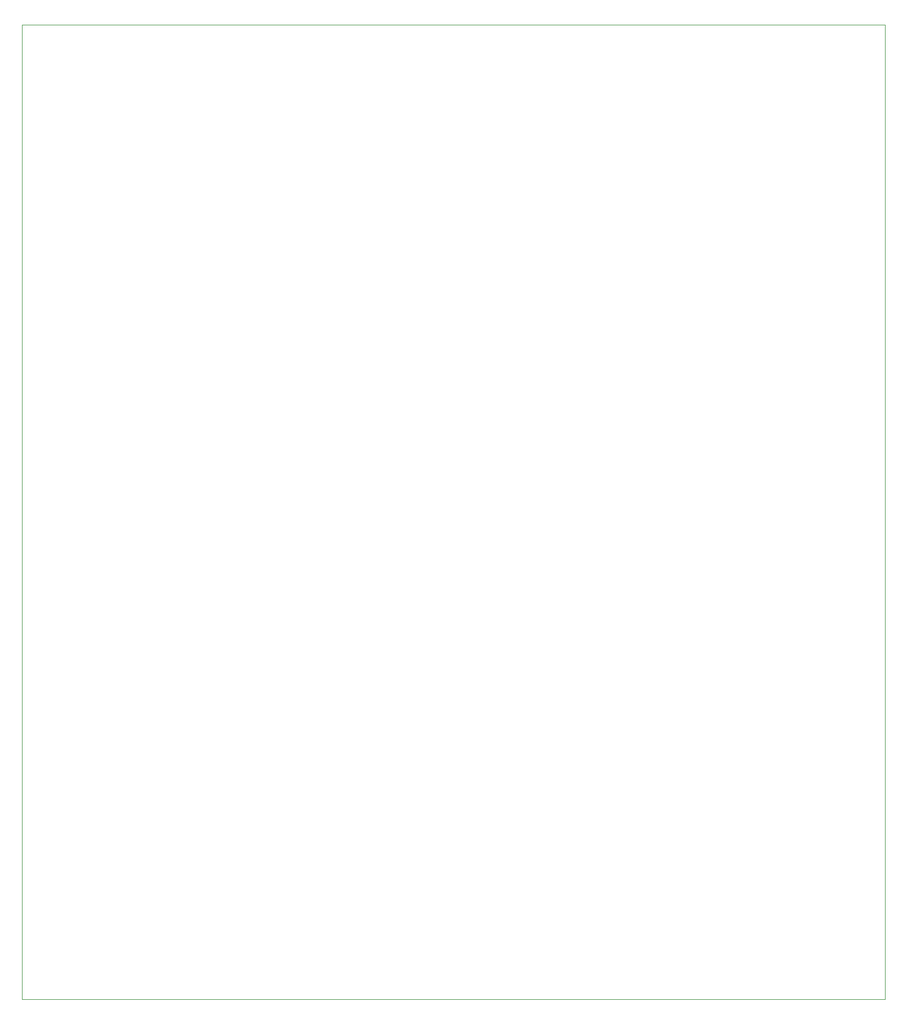
<source format=gbr>
G04 #@! TF.GenerationSoftware,KiCad,Pcbnew,(5.1.0)-1*
G04 #@! TF.CreationDate,2020-04-23T00:51:15+08:00*
G04 #@! TF.ProjectId,main_plat,6d61696e-5f70-46c6-9174-2e6b69636164,rev?*
G04 #@! TF.SameCoordinates,Original*
G04 #@! TF.FileFunction,Profile,NP*
%FSLAX46Y46*%
G04 Gerber Fmt 4.6, Leading zero omitted, Abs format (unit mm)*
G04 Created by KiCad (PCBNEW (5.1.0)-1) date 2020-04-23 00:51:15*
%MOMM*%
%LPD*%
G04 APERTURE LIST*
%ADD10C,0.050000*%
G04 APERTURE END LIST*
D10*
X226900000Y-57000000D02*
X226900000Y-207010000D01*
X359900000Y-207010000D02*
X226900000Y-207010000D01*
X359900000Y-57000000D02*
X359900000Y-207010000D01*
X226900000Y-57000000D02*
X359900000Y-57000000D01*
M02*

</source>
